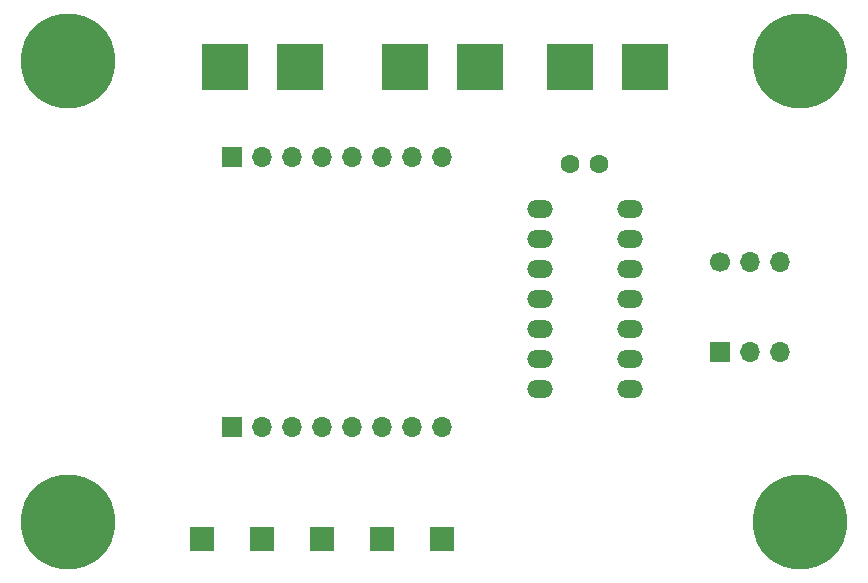
<source format=gts>
%TF.GenerationSoftware,KiCad,Pcbnew,7.0.2*%
%TF.CreationDate,2023-05-01T19:45:28-04:00*%
%TF.ProjectId,esp32cam,65737033-3263-4616-9d2e-6b696361645f,rev?*%
%TF.SameCoordinates,Original*%
%TF.FileFunction,Soldermask,Top*%
%TF.FilePolarity,Negative*%
%FSLAX46Y46*%
G04 Gerber Fmt 4.6, Leading zero omitted, Abs format (unit mm)*
G04 Created by KiCad (PCBNEW 7.0.2) date 2023-05-01 19:45:28*
%MOMM*%
%LPD*%
G01*
G04 APERTURE LIST*
%ADD10R,2.000000X2.000000*%
%ADD11C,8.000000*%
%ADD12R,4.000000X4.000000*%
%ADD13R,1.700000X1.700000*%
%ADD14O,1.700000X1.700000*%
%ADD15C,1.700000*%
%ADD16C,1.600000*%
%ADD17O,2.200000X1.500000*%
G04 APERTURE END LIST*
D10*
%TO.C,3.3V*%
X125095000Y-90805000D03*
%TD*%
%TO.C,IO\u00D8*%
X120015000Y-90805000D03*
%TD*%
D11*
%TO.C,H2*%
X155410000Y-50350000D03*
%TD*%
%TO.C,H3*%
X93410000Y-89350000D03*
%TD*%
D10*
%TO.C,IO14*%
X109855000Y-90805000D03*
%TD*%
D12*
%TO.C,GND*%
X142240000Y-50800000D03*
%TD*%
%TO.C,+5V*%
X106680000Y-50800000D03*
%TD*%
D11*
%TO.C,H1*%
X93410000Y-50350000D03*
%TD*%
D12*
%TO.C,OUT1*%
X121920000Y-50800000D03*
%TD*%
D13*
%TO.C,ESP32*%
X107315000Y-81280000D03*
D14*
X109855000Y-81280000D03*
X112395000Y-81280000D03*
X114935000Y-81280000D03*
X117475000Y-81280000D03*
X120015000Y-81280000D03*
X122555000Y-81280000D03*
X125095000Y-81280000D03*
X125095000Y-58420000D03*
X122555000Y-58420000D03*
X120015000Y-58420000D03*
X117475000Y-58420000D03*
X114935000Y-58420000D03*
X112395000Y-58420000D03*
X109855000Y-58420000D03*
D13*
X107315000Y-58420000D03*
%TD*%
D11*
%TO.C,H4*%
X155410000Y-89350000D03*
%TD*%
D12*
%TO.C,GND*%
X128270000Y-50800000D03*
%TD*%
D13*
%TO.C,INMP441*%
X148590000Y-74930000D03*
D14*
X151130000Y-74930000D03*
X153670000Y-74930000D03*
X153670000Y-67310000D03*
X151130000Y-67310000D03*
D15*
X148590000Y-67310000D03*
%TD*%
D10*
%TO.C,GND*%
X104775000Y-90805000D03*
%TD*%
D16*
%TO.C,C1*%
X138390000Y-59055000D03*
X135890000Y-59055000D03*
%TD*%
D12*
%TO.C,GND*%
X113030000Y-50800000D03*
%TD*%
%TO.C,OUT2*%
X135890000Y-50800000D03*
%TD*%
D10*
%TO.C,IO1*%
X114935000Y-90805000D03*
%TD*%
D17*
%TO.C,74HC125*%
X133350000Y-62865000D03*
X133350000Y-65405000D03*
X133350000Y-67945000D03*
X133350000Y-70485000D03*
X133350000Y-73025000D03*
X133350000Y-75565000D03*
X133350000Y-78105000D03*
X140970000Y-78105000D03*
X140970000Y-75565000D03*
X140970000Y-73025000D03*
X140970000Y-70485000D03*
X140970000Y-67945000D03*
X140970000Y-65405000D03*
X140970000Y-62865000D03*
%TD*%
M02*

</source>
